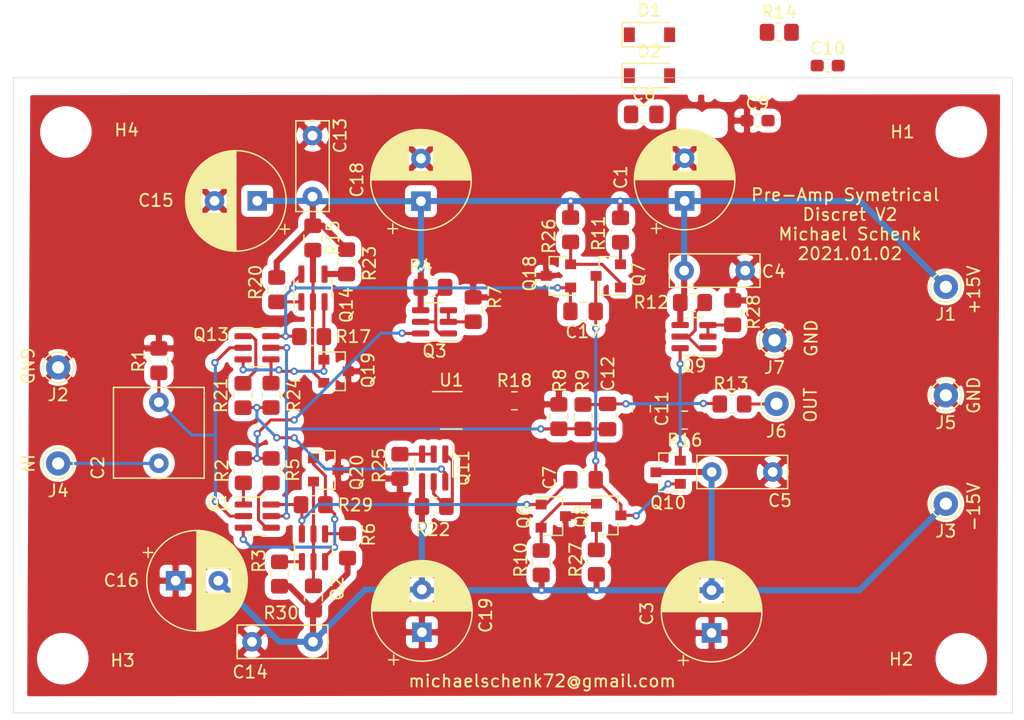
<source format=kicad_pcb>
(kicad_pcb (version 20171130) (host pcbnew 5.1.10-88a1d61d58~88~ubuntu16.04.1)
  (layers (0 F.Cu signal) (31 B.Cu signal) (34 B.Paste user) (35 F.Paste user) (36 B.SilkS user) (37 F.SilkS user) (38 B.Mask user) (39 F.Mask user) (44 Edge.Cuts user))
  (net 0 "")
  (net 1 GND)
  (net 2 +15V)
  (net 3 "Net-(C2-Pad2)")
  (net 4 "Net-(C2-Pad1)")
  (net 5 -15V)
  (net 6 "Net-(C7-Pad2)")
  (net 7 "Net-(Q2-Pad2)")
  (net 8 "Net-(Q2-Pad1)")
  (net 9 "Net-(Q6-Pad2)")
  (net 10 "Net-(Q7-Pad2)")
  (net 11 "Net-(C12-Pad2)")
  (net 12 "Net-(C12-Pad1)")
  (net 13 "Net-(C17-Pad1)")
  (net 14 "Net-(C17-Pad2)")
  (net 15 "Net-(Q18-Pad2)")
  (net 16 "Net-(Q8-Pad2)")
  (net 17 "Net-(Q14-Pad2)")
  (net 18 "Net-(Q14-Pad1)")
  (net 19 "Net-(Q11-Pad1)")
  (net 20 "Net-(Q11-Pad6)")
  (net 21 "Net-(Q11-Pad2)")
  (net 22 "Net-(Q14-Pad4)")
  (net 23 "Net-(Q13-Pad4)")
  (net 24 "Net-(Q13-Pad3)")
  (net 25 "Net-(Q13-Pad1)")
  (net 26 "Net-(Q3-Pad6)")
  (net 27 "Net-(Q3-Pad1)")
  (net 28 "Net-(Q3-Pad2)")
  (net 29 "Net-(Q9-Pad2)")
  (net 30 "Net-(Q9-Pad1)")
  (net 31 "Net-(Q1-Pad4)")
  (net 32 "Net-(Q1-Pad3)")
  (net 33 "Net-(Q1-Pad1)")
  (net 34 "Net-(Q2-Pad4)")
  (net 35 "Net-(C8-Pad2)")
  (net 36 DCSERVO_OUT)
  (net 37 "Net-(C11-Pad2)")
  (net 38 "Net-(D1-Pad2)")
  (net 39 DCSERVO_IN)
  (module Package_TO_SOT_SMD:TSOT-23-5 (layer F.Cu) (at 157.8375 123.1265)
    (fp_text reference U1 (at 0 -2.45) (layer F.SilkS))
    (fp_text value OPA188xxDBV)
    (pad 5 smd rect (at 1.31 -0.95) (size 1.22 0.65) (layers F.Cu F.Paste F.Mask) (net 2 +15V))
    (pad 4 smd rect (at 1.31 0.95) (size 1.22 0.65) (layers F.Cu F.Paste F.Mask) (net 35 "Net-(C8-Pad2)"))
    (pad 3 smd rect (at -1.31 0.95) (size 1.22 0.65) (layers F.Cu F.Paste F.Mask) (net 37 "Net-(C11-Pad2)"))
    (pad 2 smd rect (at -1.31 0) (size 1.22 0.65) (layers F.Cu F.Paste F.Mask) (net 5 -15V))
    (pad 1 smd rect (at -1.31 -0.95) (size 1.22 0.65) (layers F.Cu F.Paste F.Mask) (net 36 DCSERVO_OUT))
  )
  (module Resistor_SMD:R_0805_2012Metric_Pad1.20x1.40mm_HandSolder (layer F.Cu) (at 163.0045 122.3645)
    (fp_text reference R18 (at 0 -1.65) (layer F.SilkS))
    (fp_text value 10k)
    (pad 2 smd roundrect (at 1 0) (size 1.2 1.4) (layers F.Cu F.Paste F.Mask) (roundrect_rratio 0.208333) (net 11 "Net-(C12-Pad2)"))
    (pad 1 smd roundrect (at -1 0) (size 1.2 1.4) (layers F.Cu F.Paste F.Mask) (roundrect_rratio 0.208333) (net 36 DCSERVO_OUT))
  )
  (module Resistor_SMD:R_0805_2012Metric_Pad1.20x1.40mm_HandSolder (layer F.Cu) (at 176.9745 123.952 180)
    (fp_text reference R16 (at 0 -1.65) (layer F.SilkS))
    (fp_text value 100k)
    (pad 2 smd roundrect (at 1 0 180) (size 1.2 1.4) (layers F.Cu F.Paste F.Mask) (roundrect_rratio 0.208333) (net 37 "Net-(C11-Pad2)"))
    (pad 1 smd roundrect (at -1 0 180) (size 1.2 1.4) (layers F.Cu F.Paste F.Mask) (roundrect_rratio 0.208333) (net 39 DCSERVO_IN))
  )
  (module Resistor_SMD:R_0805_2012Metric_Pad1.20x1.40mm_HandSolder (layer F.Cu) (at 184.719001 92.161001)
    (fp_text reference R14 (at 0 -1.65) (layer F.SilkS))
    (fp_text value 100k)
    (pad 2 smd roundrect (at 1 0) (size 1.2 1.4) (layers F.Cu F.Paste F.Mask) (roundrect_rratio 0.208333) (net 1 GND))
    (pad 1 smd roundrect (at -1 0) (size 1.2 1.4) (layers F.Cu F.Paste F.Mask) (roundrect_rratio 0.208333) (net 35 "Net-(C8-Pad2)"))
  )
  (module Diode_SMD:D_SOD-123 (layer F.Cu) (at 174.079001 95.711001)
    (fp_text reference D2 (at 0 -2) (layer F.SilkS))
    (fp_text value 1N4148W)
    (pad 2 smd rect (at 1.65 0) (size 0.9 1.2) (layers F.Cu F.Paste F.Mask) (net 5 -15V))
    (pad 1 smd rect (at -1.65 0) (size 0.9 1.2) (layers F.Cu F.Paste F.Mask) (net 38 "Net-(D1-Pad2)"))
  )
  (module Diode_SMD:D_SOD-123 (layer F.Cu) (at 174.079001 92.361001)
    (fp_text reference D1 (at 0 -2) (layer F.SilkS))
    (fp_text value 1N4148W)
    (pad 2 smd rect (at 1.65 0) (size 0.9 1.2) (layers F.Cu F.Paste F.Mask) (net 38 "Net-(D1-Pad2)"))
    (pad 1 smd rect (at -1.65 0) (size 0.9 1.2) (layers F.Cu F.Paste F.Mask) (net 2 +15V))
  )
  (module Capacitor_SMD:C_0805_2012Metric_Pad1.18x1.45mm_HandSolder (layer F.Cu) (at 173.4185 123.021 270)
    (fp_text reference C11 (at 0 -1.68 90) (layer F.SilkS))
    (fp_text value 1uF)
    (pad 2 smd roundrect (at 1.0375 0 270) (size 1.175 1.45) (layers F.Cu F.Paste F.Mask) (roundrect_rratio 0.212766) (net 37 "Net-(C11-Pad2)"))
    (pad 1 smd roundrect (at -1.0375 0 270) (size 1.175 1.45) (layers F.Cu F.Paste F.Mask) (roundrect_rratio 0.212766) (net 1 GND))
  )
  (module Capacitor_SMD:C_0603_1608Metric_Pad1.08x0.95mm_HandSolder (layer F.Cu) (at 188.689001 94.891001)
    (fp_text reference C10 (at 0 -1.43) (layer F.SilkS))
    (fp_text value 100nF)
    (pad 2 smd roundrect (at 0.8625 0) (size 1.075 0.95) (layers F.Cu F.Paste F.Mask) (net 5 -15V))
    (pad 1 smd roundrect (at -0.8625 0) (size 1.075 0.95) (layers F.Cu F.Paste F.Mask) (net 1 GND))
  )
  (module Capacitor_SMD:C_0603_1608Metric_Pad1.08x0.95mm_HandSolder (layer F.Cu) (at 182.939001 99.401001)
    (fp_text reference C9 (at 0 -1.43) (layer F.SilkS))
    (fp_text value 100nF)
    (pad 2 smd roundrect (at 0.8625 0) (size 1.075 0.95) (layers F.Cu F.Paste F.Mask) (net 2 +15V))
    (pad 1 smd roundrect (at -0.8625 0) (size 1.075 0.95) (layers F.Cu F.Paste F.Mask) (net 1 GND))
  )
  (module Capacitor_SMD:C_0805_2012Metric_Pad1.18x1.45mm_HandSolder (layer F.Cu) (at 173.609001 98.891001)
    (fp_text reference C8 (at 0 -1.68) (layer F.SilkS))
    (fp_text value 1uF)
    (pad 2 smd roundrect (at 1.0375 0) (size 1.175 1.45) (layers F.Cu F.Paste F.Mask) (roundrect_rratio 0.212766) (net 35 "Net-(C8-Pad2)"))
    (pad 1 smd roundrect (at -1.0375 0) (size 1.175 1.45) (layers F.Cu F.Paste F.Mask) (roundrect_rratio 0.212766) (net 36 DCSERVO_OUT))
  )
  (module Package_SO:SC-74-6_1.5x2.9mm_P0.95mm (layer F.Cu) (at 146.5351 134.424 90)
    (fp_text reference Q2 (at -3.3329 1.9406 90) (layer F.SilkS))
    (fp_text value BCM847DS,115)
    (pad 6 smd roundrect (at 1.1375 -0.95 90) (size 1.425 0.5) (layers F.Cu F.Paste F.Mask) (net 6 "Net-(C7-Pad2)"))
    (pad 5 smd roundrect (at 1.1375 0 90) (size 1.425 0.5) (layers F.Cu F.Paste F.Mask) (net 7 "Net-(Q2-Pad2)"))
    (pad 4 smd roundrect (at 1.1375 0.95 90) (size 1.425 0.5) (layers F.Cu F.Paste F.Mask) (net 34 "Net-(Q2-Pad4)"))
    (pad 3 smd roundrect (at -1.1375 0.95 90) (size 1.425 0.5) (layers F.Cu F.Paste F.Mask) (net 32 "Net-(Q1-Pad3)"))
    (pad 2 smd roundrect (at -1.1375 0 90) (size 1.425 0.5) (layers F.Cu F.Paste F.Mask) (net 7 "Net-(Q2-Pad2)"))
    (pad 1 smd roundrect (at -1.1375 -0.95 90) (size 1.425 0.5) (layers F.Cu F.Paste F.Mask) (net 8 "Net-(Q2-Pad1)"))
  )
  (module Package_SO:SC-74-6_1.5x2.9mm_P0.95mm (layer F.Cu) (at 141.928 131.8235)
    (fp_text reference Q1 (at -3.1424 -1.0262) (layer F.SilkS))
    (fp_text value BCM857DS,115)
    (pad 6 smd roundrect (at 1.1375 -0.95) (size 1.425 0.5) (layers F.Cu F.Paste F.Mask) (net 6 "Net-(C7-Pad2)"))
    (pad 5 smd roundrect (at 1.1375 0) (size 1.425 0.5) (layers F.Cu F.Paste F.Mask) (net 11 "Net-(C12-Pad2)"))
    (pad 4 smd roundrect (at 1.1375 0.95) (size 1.425 0.5) (layers F.Cu F.Paste F.Mask) (net 31 "Net-(Q1-Pad4)"))
    (pad 3 smd roundrect (at -1.1375 0.95) (size 1.425 0.5) (layers F.Cu F.Paste F.Mask) (net 32 "Net-(Q1-Pad3)"))
    (pad 2 smd roundrect (at -1.1375 0) (size 1.425 0.5) (layers F.Cu F.Paste F.Mask) (net 4 "Net-(C2-Pad1)"))
    (pad 1 smd roundrect (at -1.1375 -0.95) (size 1.425 0.5) (layers F.Cu F.Paste F.Mask) (net 33 "Net-(Q1-Pad1)"))
  )
  (module Package_SO:SC-74-6_1.5x2.9mm_P0.95mm (layer F.Cu) (at 177.731 117.1067 180)
    (fp_text reference Q9 (at 0 -2.4) (layer F.SilkS))
    (fp_text value BCM857DS,115)
    (pad 6 smd roundrect (at 1.1375 -0.95 180) (size 1.425 0.5) (layers F.Cu F.Paste F.Mask) (net 12 "Net-(C12-Pad1)"))
    (pad 5 smd roundrect (at 1.1375 0 180) (size 1.425 0.5) (layers F.Cu F.Paste F.Mask) (net 30 "Net-(Q9-Pad1)"))
    (pad 4 smd roundrect (at 1.1375 0.95 180) (size 1.425 0.5) (layers F.Cu F.Paste F.Mask) (net 2 +15V))
    (pad 3 smd roundrect (at -1.1375 0.95 180) (size 1.425 0.5) (layers F.Cu F.Paste F.Mask) (net 29 "Net-(Q9-Pad2)"))
    (pad 2 smd roundrect (at -1.1375 0 180) (size 1.425 0.5) (layers F.Cu F.Paste F.Mask) (net 29 "Net-(Q9-Pad2)"))
    (pad 1 smd roundrect (at -1.1375 -0.95 180) (size 1.425 0.5) (layers F.Cu F.Paste F.Mask) (net 30 "Net-(Q9-Pad1)"))
  )
  (module Package_SO:SC-74-6_1.5x2.9mm_P0.95mm (layer F.Cu) (at 156.4585 115.8977 180)
    (fp_text reference Q3 (at 0 -2.4) (layer F.SilkS))
    (fp_text value BCM857DS,115)
    (pad 6 smd roundrect (at 1.1375 -0.95 180) (size 1.425 0.5) (layers F.Cu F.Paste F.Mask) (net 26 "Net-(Q3-Pad6)"))
    (pad 5 smd roundrect (at 1.1375 0 180) (size 1.425 0.5) (layers F.Cu F.Paste F.Mask) (net 27 "Net-(Q3-Pad1)"))
    (pad 4 smd roundrect (at 1.1375 0.95 180) (size 1.425 0.5) (layers F.Cu F.Paste F.Mask) (net 2 +15V))
    (pad 3 smd roundrect (at -1.1375 0.95 180) (size 1.425 0.5) (layers F.Cu F.Paste F.Mask) (net 28 "Net-(Q3-Pad2)"))
    (pad 2 smd roundrect (at -1.1375 0 180) (size 1.425 0.5) (layers F.Cu F.Paste F.Mask) (net 28 "Net-(Q3-Pad2)"))
    (pad 1 smd roundrect (at -1.1375 -0.95 180) (size 1.425 0.5) (layers F.Cu F.Paste F.Mask) (net 27 "Net-(Q3-Pad1)"))
  )
  (module Package_SO:SC-74-6_1.5x2.9mm_P0.95mm (layer F.Cu) (at 141.9043 118.0236)
    (fp_text reference Q13 (at -3.7664 -1.082) (layer F.SilkS))
    (fp_text value BCM847DS,115)
    (pad 6 smd roundrect (at 1.1375 -0.95) (size 1.425 0.5) (layers F.Cu F.Paste F.Mask) (net 14 "Net-(C17-Pad2)"))
    (pad 5 smd roundrect (at 1.1375 0) (size 1.425 0.5) (layers F.Cu F.Paste F.Mask) (net 11 "Net-(C12-Pad2)"))
    (pad 4 smd roundrect (at 1.1375 0.95) (size 1.425 0.5) (layers F.Cu F.Paste F.Mask) (net 23 "Net-(Q13-Pad4)"))
    (pad 3 smd roundrect (at -1.1375 0.95) (size 1.425 0.5) (layers F.Cu F.Paste F.Mask) (net 24 "Net-(Q13-Pad3)"))
    (pad 2 smd roundrect (at -1.1375 0) (size 1.425 0.5) (layers F.Cu F.Paste F.Mask) (net 4 "Net-(C2-Pad1)"))
    (pad 1 smd roundrect (at -1.1375 -0.95) (size 1.425 0.5) (layers F.Cu F.Paste F.Mask) (net 25 "Net-(Q13-Pad1)"))
  )
  (module Package_SO:SC-74-6_1.5x2.9mm_P0.95mm (layer F.Cu) (at 146.492 113.1244 90)
    (fp_text reference Q14 (at -1.3915 2.7457 90) (layer F.SilkS))
    (fp_text value BCM857DS,115)
    (pad 6 smd roundrect (at 1.1375 -0.95 90) (size 1.425 0.5) (layers F.Cu F.Paste F.Mask) (net 14 "Net-(C17-Pad2)"))
    (pad 5 smd roundrect (at 1.1375 0 90) (size 1.425 0.5) (layers F.Cu F.Paste F.Mask) (net 17 "Net-(Q14-Pad2)"))
    (pad 4 smd roundrect (at 1.1375 0.95 90) (size 1.425 0.5) (layers F.Cu F.Paste F.Mask) (net 22 "Net-(Q14-Pad4)"))
    (pad 3 smd roundrect (at -1.1375 0.95 90) (size 1.425 0.5) (layers F.Cu F.Paste F.Mask) (net 24 "Net-(Q13-Pad3)"))
    (pad 2 smd roundrect (at -1.1375 0 90) (size 1.425 0.5) (layers F.Cu F.Paste F.Mask) (net 17 "Net-(Q14-Pad2)"))
    (pad 1 smd roundrect (at -1.1375 -0.95 90) (size 1.425 0.5) (layers F.Cu F.Paste F.Mask) (net 18 "Net-(Q14-Pad1)"))
  )
  (module Package_SO:SC-74-6_1.5x2.9mm_P0.95mm (layer F.Cu) (at 156.3903 127.8788 270)
    (fp_text reference Q11 (at 0 -2.4 90) (layer F.SilkS))
    (fp_text value BCM847DS,115)
    (pad 6 smd roundrect (at 1.1375 -0.95 270) (size 1.425 0.5) (layers F.Cu F.Paste F.Mask) (net 20 "Net-(Q11-Pad6)"))
    (pad 5 smd roundrect (at 1.1375 0 270) (size 1.425 0.5) (layers F.Cu F.Paste F.Mask) (net 19 "Net-(Q11-Pad1)"))
    (pad 4 smd roundrect (at 1.1375 0.95 270) (size 1.425 0.5) (layers F.Cu F.Paste F.Mask) (net 5 -15V))
    (pad 3 smd roundrect (at -1.1375 0.95 270) (size 1.425 0.5) (layers F.Cu F.Paste F.Mask) (net 21 "Net-(Q11-Pad2)"))
    (pad 2 smd roundrect (at -1.1375 0 270) (size 1.425 0.5) (layers F.Cu F.Paste F.Mask) (net 21 "Net-(Q11-Pad2)"))
    (pad 1 smd roundrect (at -1.1375 -0.95 270) (size 1.425 0.5) (layers F.Cu F.Paste F.Mask) (net 19 "Net-(Q11-Pad1)"))
  )
  (module Capacitor_THT:CP_Radial_D8.0mm_P3.50mm (layer F.Cu) (at 176.9618 105.9815 90)
    (fp_text reference C1 (at 1.9304 -5.2324 90) (layer F.SilkS))
    (fp_text value 220uF)
    (pad 2 thru_hole circle (at 3.5 0 90) (size 1.6 1.6) (drill 0.8) (layers *.Cu *.Mask) (net 1 GND))
    (pad 1 thru_hole rect (at 0 0 90) (size 1.6 1.6) (drill 0.8) (layers *.Cu *.Mask) (net 2 +15V))
  )
  (module Resistor_SMD:R_0805_2012Metric_Pad1.20x1.40mm_HandSolder (layer F.Cu) (at 146.5326 138.541 270)
    (fp_text reference R30 (at 1.2225 2.6543) (layer F.SilkS))
    (fp_text value 1k)
    (pad 2 smd roundrect (at 1 0 270) (size 1.2 1.4) (layers F.Cu F.Paste F.Mask) (roundrect_rratio 0.2083325) (net 5 -15V))
    (pad 1 smd roundrect (at -1 0 270) (size 1.2 1.4) (layers F.Cu F.Paste F.Mask) (roundrect_rratio 0.2083325) (net 7 "Net-(Q2-Pad2)"))
  )
  (module Resistor_SMD:R_0805_2012Metric_Pad1.20x1.40mm_HandSolder (layer F.Cu) (at 146.5105 130.8862 180)
    (fp_text reference R29 (at -3.4638 -0.0254) (layer F.SilkS))
    (fp_text value 47k)
    (pad 2 smd roundrect (at 1 0 180) (size 1.2 1.4) (layers F.Cu F.Paste F.Mask) (roundrect_rratio 0.2083325) (net 6 "Net-(C7-Pad2)"))
    (pad 1 smd roundrect (at -1 0 180) (size 1.2 1.4) (layers F.Cu F.Paste F.Mask) (roundrect_rratio 0.2083325) (net 32 "Net-(Q1-Pad3)"))
  )
  (module Resistor_SMD:R_0805_2012Metric_Pad1.20x1.40mm_HandSolder (layer F.Cu) (at 146.3835 117.1067 180)
    (fp_text reference R17 (at -3.413 0) (layer F.SilkS))
    (fp_text value 47k)
    (pad 2 smd roundrect (at 1 0 180) (size 1.2 1.4) (layers F.Cu F.Paste F.Mask) (roundrect_rratio 0.2083325) (net 14 "Net-(C17-Pad2)"))
    (pad 1 smd roundrect (at -1 0 180) (size 1.2 1.4) (layers F.Cu F.Paste F.Mask) (roundrect_rratio 0.2083325) (net 24 "Net-(Q13-Pad3)"))
  )
  (module Resistor_SMD:R_0805_2012Metric_Pad1.20x1.40mm_HandSolder (layer F.Cu) (at 146.4818 109.0201 270)
    (fp_text reference R15 (at 0 -1.65 90) (layer F.SilkS))
    (fp_text value 1k)
    (pad 2 smd roundrect (at 1 0 270) (size 1.2 1.4) (layers F.Cu F.Paste F.Mask) (roundrect_rratio 0.2083325) (net 17 "Net-(Q14-Pad2)"))
    (pad 1 smd roundrect (at -1 0 270) (size 1.2 1.4) (layers F.Cu F.Paste F.Mask) (roundrect_rratio 0.2083325) (net 2 +15V))
  )
  (module Package_TO_SOT_SMD:SOT-23 (layer F.Cu) (at 147.5326 128.0439)
    (fp_text reference Q20 (at 2.556 0.193 270) (layer F.SilkS))
    (fp_text value BC850C)
    (pad 3 smd rect (at 1 0) (size 0.9 0.8) (layers F.Cu F.Paste F.Mask) (net 1 GND))
    (pad 2 smd rect (at -1 0.95) (size 0.9 0.8) (layers F.Cu F.Paste F.Mask) (net 7 "Net-(Q2-Pad2)"))
    (pad 1 smd rect (at -1 -0.95) (size 0.9 0.8) (layers F.Cu F.Paste F.Mask) (net 32 "Net-(Q1-Pad3)"))
  )
  (module Package_TO_SOT_SMD:SOT-23 (layer F.Cu) (at 148.3835 119.949)
    (fp_text reference Q19 (at 2.6322 -0.0864 270) (layer F.SilkS))
    (fp_text value BC860C)
    (pad 3 smd rect (at 1 0) (size 0.9 0.8) (layers F.Cu F.Paste F.Mask) (net 1 GND))
    (pad 2 smd rect (at -1 0.95) (size 0.9 0.8) (layers F.Cu F.Paste F.Mask) (net 17 "Net-(Q14-Pad2)"))
    (pad 1 smd rect (at -1 -0.95) (size 0.9 0.8) (layers F.Cu F.Paste F.Mask) (net 24 "Net-(Q13-Pad3)"))
  )
  (module Capacitor_THT:CP_Radial_D8.0mm_P3.50mm (layer F.Cu) (at 155.4226 141.3458 90)
    (fp_text reference C19 (at 1.3918 5.2324 90) (layer F.SilkS))
    (fp_text value 220uF)
    (pad 2 thru_hole circle (at 3.5 0 90) (size 1.6 1.6) (drill 0.8) (layers *.Cu *.Mask) (net 5 -15V))
    (pad 1 thru_hole rect (at 0 0 90) (size 1.6 1.6) (drill 0.8) (layers *.Cu *.Mask) (net 1 GND))
  )
  (module Capacitor_THT:CP_Radial_D8.0mm_P3.50mm (layer F.Cu) (at 155.3464 106.0069 90)
    (fp_text reference C18 (at 1.75 -5.25 90) (layer F.SilkS))
    (fp_text value 220uF)
    (pad 2 thru_hole circle (at 3.5 0 90) (size 1.6 1.6) (drill 0.8) (layers *.Cu *.Mask) (net 1 GND))
    (pad 1 thru_hole rect (at 0 0 90) (size 1.6 1.6) (drill 0.8) (layers *.Cu *.Mask) (net 2 +15V))
  )
  (module Resistor_SMD:R_0805_2012Metric_Pad1.20x1.40mm_HandSolder (layer F.Cu) (at 143.7513 136.5725 270)
    (fp_text reference R3 (at -1.0762 1.6891 90) (layer F.SilkS))
    (fp_text value 68R)
    (pad 2 smd roundrect (at 1 0 270) (size 1.2 1.4) (layers F.Cu F.Paste F.Mask) (roundrect_rratio 0.2083325) (net 5 -15V))
    (pad 1 smd roundrect (at -1 0 270) (size 1.2 1.4) (layers F.Cu F.Paste F.Mask) (roundrect_rratio 0.2083325) (net 8 "Net-(Q2-Pad1)"))
  )
  (module Package_TO_SOT_SMD:SOT-23 (layer F.Cu) (at 166.6146 112.1308 180)
    (fp_text reference Q18 (at 2.3528 0.193 90) (layer F.SilkS))
    (fp_text value BC860C)
    (pad 3 smd rect (at 1 0 180) (size 0.9 0.8) (layers F.Cu F.Paste F.Mask) (net 1 GND))
    (pad 2 smd rect (at -1 0.95 180) (size 0.9 0.8) (layers F.Cu F.Paste F.Mask) (net 15 "Net-(Q18-Pad2)"))
    (pad 1 smd rect (at -1 -0.95 180) (size 0.9 0.8) (layers F.Cu F.Paste F.Mask) (net 14 "Net-(C17-Pad2)"))
  )
  (module Resistor_SMD:R_0805_2012Metric_Pad1.20x1.40mm_HandSolder (layer F.Cu) (at 180.8447 122.6312 180)
    (fp_text reference R13 (at 0.0795 1.651) (layer F.SilkS))
    (fp_text value 47R)
    (pad 2 smd roundrect (at 1 0 180) (size 1.2 1.4) (layers F.Cu F.Paste F.Mask) (roundrect_rratio 0.2083325) (net 12 "Net-(C12-Pad1)"))
    (pad 1 smd roundrect (at -1 0 180) (size 1.2 1.4) (layers F.Cu F.Paste F.Mask) (roundrect_rratio 0.2083325) (net 39 DCSERVO_IN))
  )
  (module Resistor_SMD:R_0805_2012Metric_Pad1.20x1.40mm_HandSolder (layer F.Cu) (at 180.8988 115.1415 90)
    (fp_text reference R28 (at 0.0414 1.7145 90) (layer F.SilkS))
    (fp_text value 10k)
    (pad 2 smd roundrect (at 1 0 90) (size 1.2 1.4) (layers F.Cu F.Paste F.Mask) (roundrect_rratio 0.2083325) (net 1 GND))
    (pad 1 smd roundrect (at -1 0 90) (size 1.2 1.4) (layers F.Cu F.Paste F.Mask) (roundrect_rratio 0.2083325) (net 29 "Net-(Q9-Pad2)"))
  )
  (module Resistor_SMD:R_0805_2012Metric_Pad1.20x1.40mm_HandSolder (layer F.Cu) (at 169.7228 135.5946 270)
    (fp_text reference R27 (at -0.1872 1.6764 90) (layer F.SilkS))
    (fp_text value 39R)
    (pad 2 smd roundrect (at 1 0 270) (size 1.2 1.4) (layers F.Cu F.Paste F.Mask) (roundrect_rratio 0.2083325) (net 5 -15V))
    (pad 1 smd roundrect (at -1 0 270) (size 1.2 1.4) (layers F.Cu F.Paste F.Mask) (roundrect_rratio 0.2083325) (net 16 "Net-(Q8-Pad2)"))
  )
  (module Resistor_SMD:R_0805_2012Metric_Pad1.20x1.40mm_HandSolder (layer F.Cu) (at 167.6146 108.347 270)
    (fp_text reference R26 (at 0.524 1.778 90) (layer F.SilkS))
    (fp_text value 2k2)
    (pad 2 smd roundrect (at 1 0 270) (size 1.2 1.4) (layers F.Cu F.Paste F.Mask) (roundrect_rratio 0.2083325) (net 15 "Net-(Q18-Pad2)"))
    (pad 1 smd roundrect (at -1 0 270) (size 1.2 1.4) (layers F.Cu F.Paste F.Mask) (roundrect_rratio 0.2083325) (net 2 +15V))
  )
  (module Resistor_SMD:R_0805_2012Metric_Pad1.20x1.40mm_HandSolder (layer F.Cu) (at 153.6192 127.746 90)
    (fp_text reference R25 (at 0.0762 -1.7018 90) (layer F.SilkS))
    (fp_text value 10k)
    (pad 2 smd roundrect (at 1 0 90) (size 1.2 1.4) (layers F.Cu F.Paste F.Mask) (roundrect_rratio 0.2083325) (net 21 "Net-(Q11-Pad2)"))
    (pad 1 smd roundrect (at -1 0 90) (size 1.2 1.4) (layers F.Cu F.Paste F.Mask) (roundrect_rratio 0.2083325) (net 1 GND))
  )
  (module Resistor_SMD:R_0805_2012Metric_Pad1.20x1.40mm_HandSolder (layer F.Cu) (at 143.0528 121.9233 270)
    (fp_text reference R24 (at -0.0348 -1.8796 90) (layer F.SilkS))
    (fp_text value 100R)
    (pad 2 smd roundrect (at 1 0 270) (size 1.2 1.4) (layers F.Cu F.Paste F.Mask) (roundrect_rratio 0.2083325) (net 20 "Net-(Q11-Pad6)"))
    (pad 1 smd roundrect (at -1 0 270) (size 1.2 1.4) (layers F.Cu F.Paste F.Mask) (roundrect_rratio 0.2083325) (net 23 "Net-(Q13-Pad4)"))
  )
  (module Resistor_SMD:R_0805_2012Metric_Pad1.20x1.40mm_HandSolder (layer F.Cu) (at 149.2504 110.9759 270)
    (fp_text reference R23 (at 0.1364 -1.8796 90) (layer F.SilkS))
    (fp_text value 68R)
    (pad 2 smd roundrect (at 1 0 270) (size 1.2 1.4) (layers F.Cu F.Paste F.Mask) (roundrect_rratio 0.2083325) (net 22 "Net-(Q14-Pad4)"))
    (pad 1 smd roundrect (at -1 0 270) (size 1.2 1.4) (layers F.Cu F.Paste F.Mask) (roundrect_rratio 0.2083325) (net 2 +15V))
  )
  (module Resistor_SMD:R_0805_2012Metric_Pad1.20x1.40mm_HandSolder (layer F.Cu) (at 156.4292 131.0386 180)
    (fp_text reference R22 (at 0.1176 -1.8923) (layer F.SilkS))
    (fp_text value 100R)
    (pad 2 smd roundrect (at 1 0 180) (size 1.2 1.4) (layers F.Cu F.Paste F.Mask) (roundrect_rratio 0.2083325) (net 5 -15V))
    (pad 1 smd roundrect (at -1 0 180) (size 1.2 1.4) (layers F.Cu F.Paste F.Mask) (roundrect_rratio 0.2083325) (net 19 "Net-(Q11-Pad1)"))
  )
  (module Resistor_SMD:R_0805_2012Metric_Pad1.20x1.40mm_HandSolder (layer F.Cu) (at 140.7541 121.936 270)
    (fp_text reference R21 (at -0.0094 1.8034 90) (layer F.SilkS))
    (fp_text value 100R)
    (pad 2 smd roundrect (at 1 0 270) (size 1.2 1.4) (layers F.Cu F.Paste F.Mask) (roundrect_rratio 0.2083325) (net 20 "Net-(Q11-Pad6)"))
    (pad 1 smd roundrect (at -1 0 270) (size 1.2 1.4) (layers F.Cu F.Paste F.Mask) (roundrect_rratio 0.2083325) (net 25 "Net-(Q13-Pad1)"))
  )
  (module Resistor_SMD:R_0805_2012Metric_Pad1.20x1.40mm_HandSolder (layer F.Cu) (at 143.5227 113.2619 270)
    (fp_text reference R20 (at -0.6002 1.7399 90) (layer F.SilkS))
    (fp_text value 68R)
    (pad 2 smd roundrect (at 1 0 270) (size 1.2 1.4) (layers F.Cu F.Paste F.Mask) (roundrect_rratio 0.2083325) (net 18 "Net-(Q14-Pad1)"))
    (pad 1 smd roundrect (at -1 0 270) (size 1.2 1.4) (layers F.Cu F.Paste F.Mask) (roundrect_rratio 0.2083325) (net 2 +15V))
  )
  (module Capacitor_SMD:C_0805_2012Metric_Pad1.18x1.45mm_HandSolder (layer F.Cu) (at 168.6345 115.0366 180)
    (fp_text reference C17 (at 0 -1.68) (layer F.SilkS))
    (fp_text value 270pF)
    (pad 2 smd roundrect (at 1.0375 0 180) (size 1.175 1.45) (layers F.Cu F.Paste F.Mask) (roundrect_rratio 0.2127659574468085) (net 14 "Net-(C17-Pad2)"))
    (pad 1 smd roundrect (at -1.0375 0 180) (size 1.175 1.45) (layers F.Cu F.Paste F.Mask) (roundrect_rratio 0.2127659574468085) (net 13 "Net-(C17-Pad1)"))
  )
  (module Capacitor_THT:CP_Radial_D8.0mm_P3.50mm (layer F.Cu) (at 135.2348 137.1219)
    (fp_text reference C16 (at -4.4502 -0.0254) (layer F.SilkS))
    (fp_text value 220uF)
    (pad 2 thru_hole circle (at 3.5 0) (size 1.6 1.6) (drill 0.8) (layers *.Cu *.Mask) (net 5 -15V))
    (pad 1 thru_hole rect (at 0 0) (size 1.6 1.6) (drill 0.8) (layers *.Cu *.Mask) (net 1 GND))
  )
  (module Capacitor_THT:CP_Radial_D8.0mm_P3.50mm (layer F.Cu) (at 141.9225 105.9815 180)
    (fp_text reference C15 (at 8.3058 0.0381) (layer F.SilkS))
    (fp_text value 220uF)
    (pad 2 thru_hole circle (at 3.5 0 180) (size 1.6 1.6) (drill 0.8) (layers *.Cu *.Mask) (net 1 GND))
    (pad 1 thru_hole rect (at 0 0 180) (size 1.6 1.6) (drill 0.8) (layers *.Cu *.Mask) (net 2 +15V))
  )
  (module Capacitor_THT:CP_Radial_D8.0mm_P3.50mm (layer F.Cu) (at 179.1716 141.4018 90)
    (fp_text reference C3 (at 1.5748 -5.3086 90) (layer F.SilkS))
    (fp_text value 220uF)
    (pad 2 thru_hole circle (at 3.5 0 90) (size 1.6 1.6) (drill 0.8) (layers *.Cu *.Mask) (net 5 -15V))
    (pad 1 thru_hole rect (at 0 0 90) (size 1.6 1.6) (drill 0.8) (layers *.Cu *.Mask) (net 1 GND))
  )
  (module Capacitor_THT:C_Rect_L7.2mm_W2.5mm_P5.00mm_FKS2_FKP2_MKS2_MKP2 (layer F.Cu) (at 146.4945 142.1257 180)
    (fp_text reference C14 (at 5.1562 -2.4892) (layer F.SilkS))
    (fp_text value 100nF)
    (pad 2 thru_hole circle (at 5 0 180) (size 1.6 1.6) (drill 0.8) (layers *.Cu *.Mask) (net 1 GND))
    (pad 1 thru_hole circle (at 0 0 180) (size 1.6 1.6) (drill 0.8) (layers *.Cu *.Mask) (net 5 -15V))
  )
  (module Capacitor_THT:C_Rect_L7.2mm_W2.5mm_P5.00mm_FKS2_FKP2_MKS2_MKP2 (layer F.Cu) (at 146.4564 100.6348 270)
    (fp_text reference C13 (at -0.0038 -2.2606 90) (layer F.SilkS))
    (fp_text value 100nF)
    (pad 2 thru_hole circle (at 5 0 270) (size 1.6 1.6) (drill 0.8) (layers *.Cu *.Mask) (net 2 +15V))
    (pad 1 thru_hole circle (at 0 0 270) (size 1.6 1.6) (drill 0.8) (layers *.Cu *.Mask) (net 1 GND))
  )
  (module Capacitor_THT:C_Rect_L7.2mm_W2.5mm_P5.00mm_FKS2_FKP2_MKS2_MKP2 (layer F.Cu) (at 179.1843 128.2065)
    (fp_text reference C5 (at 5.588 2.3495) (layer F.SilkS))
    (fp_text value 100nF)
    (pad 2 thru_hole circle (at 5 0) (size 1.6 1.6) (drill 0.8) (layers *.Cu *.Mask) (net 1 GND))
    (pad 1 thru_hole circle (at 0 0) (size 1.6 1.6) (drill 0.8) (layers *.Cu *.Mask) (net 5 -15V))
  )
  (module Capacitor_THT:C_Rect_L7.2mm_W2.5mm_P5.00mm_FKS2_FKP2_MKS2_MKP2 (layer F.Cu) (at 181.9237 111.6965 180)
    (fp_text reference C4 (at -2.3406 -0.0762) (layer F.SilkS))
    (fp_text value 100nF)
    (pad 2 thru_hole circle (at 5 0 180) (size 1.6 1.6) (drill 0.8) (layers *.Cu *.Mask) (net 2 +15V))
    (pad 1 thru_hole circle (at 0 0 180) (size 1.6 1.6) (drill 0.8) (layers *.Cu *.Mask) (net 1 GND))
  )
  (module Connector_Pin:Pin_D1.0mm_L10.0mm (layer F.Cu) (at 184.3278 117.3988)
    (fp_text reference J7 (at 0 2.25) (layer F.SilkS))
    (fp_text value Conn_01x01)
    (pad 1 thru_hole circle (at 0 0) (size 2 2) (drill 1) (layers *.Cu *.Mask) (net 1 GND))
  )
  (module Connector_Pin:Pin_D1.0mm_L10.0mm (layer F.Cu) (at 184.4929 122.6185)
    (fp_text reference J6 (at 0 2.25) (layer F.SilkS))
    (fp_text value Conn_01x01)
    (pad 1 thru_hole circle (at 0 0) (size 2 2) (drill 1) (layers *.Cu *.Mask) (net 39 DCSERVO_IN))
  )
  (module Connector_Pin:Pin_D1.0mm_L10.0mm (layer F.Cu) (at 198.374 121.92)
    (fp_text reference J5 (at 0 2.25) (layer F.SilkS))
    (fp_text value Conn_01x01)
    (pad 1 thru_hole circle (at 0 0) (size 2 2) (drill 1) (layers *.Cu *.Mask) (net 1 GND))
  )
  (module Connector_Pin:Pin_D1.0mm_L10.0mm (layer F.Cu) (at 125.603 127.508)
    (fp_text reference J4 (at 0 2.25) (layer F.SilkS))
    (fp_text value Conn_01x01)
    (pad 1 thru_hole circle (at 0 0) (size 2 2) (drill 1) (layers *.Cu *.Mask) (net 3 "Net-(C2-Pad2)"))
  )
  (module Connector_Pin:Pin_D1.0mm_L10.0mm (layer F.Cu) (at 198.374 130.81)
    (fp_text reference J3 (at 0 2.25) (layer F.SilkS))
    (fp_text value Conn_01x01)
    (pad 1 thru_hole circle (at 0 0) (size 2 2) (drill 1) (layers *.Cu *.Mask) (net 5 -15V))
  )
  (module Connector_Pin:Pin_D1.0mm_L10.0mm (layer F.Cu) (at 125.603 119.634)
    (fp_text reference J2 (at 0 2.25) (layer F.SilkS))
    (fp_text value Conn_01x01)
    (pad 1 thru_hole circle (at 0 0) (size 2 2) (drill 1) (layers *.Cu *.Mask) (net 1 GND))
  )
  (module Connector_Pin:Pin_D1.0mm_L10.0mm (layer F.Cu) (at 198.374 113.03)
    (fp_text reference J1 (at 0 2.25) (layer F.SilkS))
    (fp_text value Conn_01x01)
    (pad 1 thru_hole circle (at 0 0) (size 2 2) (drill 1) (layers *.Cu *.Mask) (net 2 +15V))
  )
  (module Package_TO_SOT_SMD:SOT-23 (layer F.Cu) (at 175.6062 128.2294 180)
    (fp_text reference Q10 (at 0 -2.5) (layer F.SilkS))
    (fp_text value BC860C)
    (pad 3 smd rect (at 1 0 180) (size 0.9 0.8) (layers F.Cu F.Paste F.Mask) (net 5 -15V))
    (pad 2 smd rect (at -1 0.95 180) (size 0.9 0.8) (layers F.Cu F.Paste F.Mask) (net 12 "Net-(C12-Pad1)"))
    (pad 1 smd rect (at -1 -0.95 180) (size 0.9 0.8) (layers F.Cu F.Paste F.Mask) (net 13 "Net-(C17-Pad1)"))
  )
  (module Resistor_SMD:R_0805_2012Metric_Pad1.20x1.40mm_HandSolder (layer F.Cu) (at 156.321 113.0681)
    (fp_text reference R4 (at -0.9812 -1.7272) (layer F.SilkS))
    (fp_text value 100R)
    (pad 2 smd roundrect (at 1 0) (size 1.2 1.4) (layers F.Cu F.Paste F.Mask) (roundrect_rratio 0.2083325) (net 27 "Net-(Q3-Pad1)"))
    (pad 1 smd roundrect (at -1 0) (size 1.2 1.4) (layers F.Cu F.Paste F.Mask) (roundrect_rratio 0.2083325) (net 2 +15V))
  )
  (module Capacitor_SMD:C_0805_2012Metric_Pad1.18x1.45mm_HandSolder (layer F.Cu) (at 168.6345 128.8415 180)
    (fp_text reference C7 (at 2.7471 0.1651 90) (layer F.SilkS))
    (fp_text value 270pF)
    (pad 2 smd roundrect (at 1.0375 0 180) (size 1.175 1.45) (layers F.Cu F.Paste F.Mask) (roundrect_rratio 0.2127659574468085) (net 6 "Net-(C7-Pad2)"))
    (pad 1 smd roundrect (at -1.0375 0 180) (size 1.175 1.45) (layers F.Cu F.Paste F.Mask) (roundrect_rratio 0.2127659574468085) (net 13 "Net-(C17-Pad1)"))
  )
  (module Capacitor_SMD:C_0805_2012Metric_Pad1.18x1.45mm_HandSolder (layer F.Cu) (at 170.6372 123.6638 270)
    (fp_text reference C12 (at -3.5218 -0.0381 90) (layer F.SilkS))
    (fp_text value 0pF)
    (pad 2 smd roundrect (at 1.0375 0 270) (size 1.175 1.45) (layers F.Cu F.Paste F.Mask) (roundrect_rratio 0.2127659574468085) (net 11 "Net-(C12-Pad2)"))
    (pad 1 smd roundrect (at -1.0375 0 270) (size 1.175 1.45) (layers F.Cu F.Paste F.Mask) (roundrect_rratio 0.2127659574468085) (net 12 "Net-(C12-Pad1)"))
  )
  (module Resistor_SMD:R_0805_2012Metric_Pad1.20x1.40mm_HandSolder (layer F.Cu) (at 133.858 119.0752 90)
    (fp_text reference R1 (at 0 -1.65 90) (layer F.SilkS))
    (fp_text value 10k)
    (pad 2 smd roundrect (at 1 0 90) (size 1.2 1.4) (layers F.Cu F.Paste F.Mask) (roundrect_rratio 0.2083325) (net 1 GND))
    (pad 1 smd roundrect (at -1 0 90) (size 1.2 1.4) (layers F.Cu F.Paste F.Mask) (roundrect_rratio 0.2083325) (net 4 "Net-(C2-Pad1)"))
  )
  (module Resistor_SMD:R_0805_2012Metric_Pad1.20x1.40mm_HandSolder (layer F.Cu) (at 177.6062 114.3127)
    (fp_text reference R12 (at -3.3876 -0.0127) (layer F.SilkS))
    (fp_text value 100R)
    (pad 2 smd roundrect (at 1 0) (size 1.2 1.4) (layers F.Cu F.Paste F.Mask) (roundrect_rratio 0.2083325) (net 30 "Net-(Q9-Pad1)"))
    (pad 1 smd roundrect (at -1 0) (size 1.2 1.4) (layers F.Cu F.Paste F.Mask) (roundrect_rratio 0.2083325) (net 2 +15V))
  )
  (module Resistor_SMD:R_0805_2012Metric_Pad1.20x1.40mm_HandSolder (layer F.Cu) (at 171.704 108.3724 270)
    (fp_text reference R11 (at 0.2634 1.8034 90) (layer F.SilkS))
    (fp_text value 39R)
    (pad 2 smd roundrect (at 1 0 270) (size 1.2 1.4) (layers F.Cu F.Paste F.Mask) (roundrect_rratio 0.2083325) (net 10 "Net-(Q7-Pad2)"))
    (pad 1 smd roundrect (at -1 0 270) (size 1.2 1.4) (layers F.Cu F.Paste F.Mask) (roundrect_rratio 0.2083325) (net 2 +15V))
  )
  (module Resistor_SMD:R_0805_2012Metric_Pad1.20x1.40mm_HandSolder (layer F.Cu) (at 165.2016 135.6454 270)
    (fp_text reference R10 (at -0.238 1.6764 90) (layer F.SilkS))
    (fp_text value 2k2)
    (pad 2 smd roundrect (at 1 0 270) (size 1.2 1.4) (layers F.Cu F.Paste F.Mask) (roundrect_rratio 0.2083325) (net 5 -15V))
    (pad 1 smd roundrect (at -1 0 270) (size 1.2 1.4) (layers F.Cu F.Paste F.Mask) (roundrect_rratio 0.2083325) (net 9 "Net-(Q6-Pad2)"))
  )
  (module Resistor_SMD:R_0805_2012Metric_Pad1.20x1.40mm_HandSolder (layer F.Cu) (at 168.6306 123.6759 270)
    (fp_text reference R9 (at -2.9243 0.0381 90) (layer F.SilkS))
    (fp_text value 10k)
    (pad 2 smd roundrect (at 1 0 270) (size 1.2 1.4) (layers F.Cu F.Paste F.Mask) (roundrect_rratio 0.2083325) (net 11 "Net-(C12-Pad2)"))
    (pad 1 smd roundrect (at -1 0 270) (size 1.2 1.4) (layers F.Cu F.Paste F.Mask) (roundrect_rratio 0.2083325) (net 12 "Net-(C12-Pad1)"))
  )
  (module Resistor_SMD:R_0805_2012Metric_Pad1.20x1.40mm_HandSolder (layer F.Cu) (at 166.6494 123.6632 90)
    (fp_text reference R8 (at 2.9497 0.0762 90) (layer F.SilkS))
    (fp_text value 10k)
    (pad 2 smd roundrect (at 1 0 90) (size 1.2 1.4) (layers F.Cu F.Paste F.Mask) (roundrect_rratio 0.2083325) (net 1 GND))
    (pad 1 smd roundrect (at -1 0 90) (size 1.2 1.4) (layers F.Cu F.Paste F.Mask) (roundrect_rratio 0.2083325) (net 11 "Net-(C12-Pad2)"))
  )
  (module Resistor_SMD:R_0805_2012Metric_Pad1.20x1.40mm_HandSolder (layer F.Cu) (at 159.6263 114.8875 90)
    (fp_text reference R7 (at 1.016 1.778 90) (layer F.SilkS))
    (fp_text value 10k)
    (pad 2 smd roundrect (at 1 0 90) (size 1.2 1.4) (layers F.Cu F.Paste F.Mask) (roundrect_rratio 0.2083325) (net 1 GND))
    (pad 1 smd roundrect (at -1 0 90) (size 1.2 1.4) (layers F.Cu F.Paste F.Mask) (roundrect_rratio 0.2083325) (net 28 "Net-(Q3-Pad2)"))
  )
  (module Resistor_SMD:R_0805_2012Metric_Pad1.20x1.40mm_HandSolder (layer F.Cu) (at 149.3266 134.2611 270)
    (fp_text reference R6 (at -0.9238 -1.7272 90) (layer F.SilkS))
    (fp_text value 68R)
    (pad 2 smd roundrect (at 1 0 270) (size 1.2 1.4) (layers F.Cu F.Paste F.Mask) (roundrect_rratio 0.2083325) (net 5 -15V))
    (pad 1 smd roundrect (at -1 0 270) (size 1.2 1.4) (layers F.Cu F.Paste F.Mask) (roundrect_rratio 0.2083325) (net 34 "Net-(Q2-Pad4)"))
  )
  (module Resistor_SMD:R_0805_2012Metric_Pad1.20x1.40mm_HandSolder (layer F.Cu) (at 143.0655 128.0955 270)
    (fp_text reference R5 (at -0.0602 -1.778 90) (layer F.SilkS))
    (fp_text value 100R)
    (pad 2 smd roundrect (at 1 0 270) (size 1.2 1.4) (layers F.Cu F.Paste F.Mask) (roundrect_rratio 0.2083325) (net 31 "Net-(Q1-Pad4)"))
    (pad 1 smd roundrect (at -1 0 270) (size 1.2 1.4) (layers F.Cu F.Paste F.Mask) (roundrect_rratio 0.2083325) (net 26 "Net-(Q3-Pad6)"))
  )
  (module Resistor_SMD:R_0805_2012Metric_Pad1.20x1.40mm_HandSolder (layer F.Cu) (at 140.7795 128.0955 270)
    (fp_text reference R2 (at 0.016 1.7526 90) (layer F.SilkS))
    (fp_text value 100R)
    (pad 2 smd roundrect (at 1 0 270) (size 1.2 1.4) (layers F.Cu F.Paste F.Mask) (roundrect_rratio 0.2083325) (net 33 "Net-(Q1-Pad1)"))
    (pad 1 smd roundrect (at -1 0 270) (size 1.2 1.4) (layers F.Cu F.Paste F.Mask) (roundrect_rratio 0.2083325) (net 26 "Net-(Q3-Pad6)"))
  )
  (module Package_TO_SOT_SMD:SOT-23 (layer F.Cu) (at 170.7355 131.76)
    (fp_text reference Q8 (at -2.2573 0.0406 90) (layer F.SilkS))
    (fp_text value BC850C)
    (pad 3 smd rect (at 1 0) (size 0.9 0.8) (layers F.Cu F.Paste F.Mask) (net 13 "Net-(C17-Pad1)"))
    (pad 2 smd rect (at -1 0.95) (size 0.9 0.8) (layers F.Cu F.Paste F.Mask) (net 16 "Net-(Q8-Pad2)"))
    (pad 1 smd rect (at -1 -0.95) (size 0.9 0.8) (layers F.Cu F.Paste F.Mask) (net 9 "Net-(Q6-Pad2)"))
  )
  (module Package_TO_SOT_SMD:SOT-23 (layer F.Cu) (at 170.704 112.1308 180)
    (fp_text reference Q7 (at -2.4732 0.1168 90) (layer F.SilkS))
    (fp_text value BC860C)
    (pad 3 smd rect (at 1 0 180) (size 0.9 0.8) (layers F.Cu F.Paste F.Mask) (net 13 "Net-(C17-Pad1)"))
    (pad 2 smd rect (at -1 0.95 180) (size 0.9 0.8) (layers F.Cu F.Paste F.Mask) (net 10 "Net-(Q7-Pad2)"))
    (pad 1 smd rect (at -1 -0.95 180) (size 0.9 0.8) (layers F.Cu F.Paste F.Mask) (net 15 "Net-(Q18-Pad2)"))
  )
  (module Package_TO_SOT_SMD:SOT-23 (layer F.Cu) (at 166.1955 131.826)
    (fp_text reference Q6 (at -2.4163 0.0508 90) (layer F.SilkS))
    (fp_text value BC850C)
    (pad 3 smd rect (at 1 0) (size 0.9 0.8) (layers F.Cu F.Paste F.Mask) (net 1 GND))
    (pad 2 smd rect (at -1 0.95) (size 0.9 0.8) (layers F.Cu F.Paste F.Mask) (net 9 "Net-(Q6-Pad2)"))
    (pad 1 smd rect (at -1 -0.95) (size 0.9 0.8) (layers F.Cu F.Paste F.Mask) (net 6 "Net-(C7-Pad2)"))
  )
  (module MountingHole:MountingHole_3.2mm_M3 (layer F.Cu) (at 126.238 100.33)
    (fp_text reference H4 (at 4.9784 -0.1524) (layer F.SilkS))
    (fp_text value MountingHole)
    (pad 1 np_thru_hole circle (at 0 0) (size 3.2 3.2) (drill 3.2) (layers *.Cu *.Mask))
  )
  (module MountingHole:MountingHole_3.2mm_M3 (layer F.Cu) (at 125.984 143.51)
    (fp_text reference H3 (at 4.9022 0.1524) (layer F.SilkS))
    (fp_text value MountingHole)
    (pad 1 np_thru_hole circle (at 0 0) (size 3.2 3.2) (drill 3.2) (layers *.Cu *.Mask))
  )
  (module MountingHole:MountingHole_3.2mm_M3 (layer F.Cu) (at 199.644 143.51)
    (fp_text reference H2 (at -4.9276 0.0508) (layer F.SilkS))
    (fp_text value MountingHole)
    (pad 1 np_thru_hole circle (at 0 0) (size 3.2 3.2) (drill 3.2) (layers *.Cu *.Mask))
  )
  (module MountingHole:MountingHole_3.2mm_M3 (layer F.Cu) (at 199.644 100.33)
    (fp_text reference H1 (at -4.826 0) (layer F.SilkS))
    (fp_text value MountingHole)
    (pad 1 np_thru_hole circle (at 0 0) (size 3.2 3.2) (drill 3.2) (layers *.Cu *.Mask))
  )
  (module Capacitor_THT:C_Rect_L7.2mm_W7.2mm_P5.00mm_FKS2_FKP2_MKS2_MKP2 (layer F.Cu) (at 133.858 122.4915 270)
    (fp_text reference C2 (at 5.3721 5.0038 90) (layer F.SilkS))
    (fp_text value 3.3uF)
    (pad 2 thru_hole circle (at 5 0 270) (size 1.6 1.6) (drill 0.8) (layers *.Cu *.Mask) (net 3 "Net-(C2-Pad2)"))
    (pad 1 thru_hole circle (at 0 0 270) (size 1.6 1.6) (drill 0.8) (layers *.Cu *.Mask) (net 4 "Net-(C2-Pad1)"))
  )
  (gr_text -15V (at 200.66 131.064 90) (layer F.SilkS) (effects (font (size 1 1))))
  (gr_text michaelschenk72@gmail.com (at 165.2778 145.3388) (layer F.SilkS) (effects (font (size 1 1))))
  (gr_text "Pre-Amp Symetrical \nDiscret V2\nMichael Schenk\n2021.01.02" (at 190.5127 107.8992) (layer F.SilkS) (effects (font (size 1 1))))
  (gr_line (start 203.835 95.885) (end 121.92 95.885) (layer Edge.Cuts) (width 0.05))
  (gr_line (start 203.835 147.955) (end 203.835 95.885) (layer Edge.Cuts) (width 0.05))
  (gr_line (start 121.92 147.955) (end 203.835 147.955) (layer Edge.Cuts) (width 0.05))
  (gr_line (start 121.92 96.52) (end 121.92 147.955) (layer Edge.Cuts) (width 0.05))
  (gr_line (start 121.92 95.885) (end 121.92 96.52) (layer Edge.Cuts) (width 0.05))
  (gr_text GND (at 187.3377 117.2337 90) (layer F.SilkS) (effects (font (size 1 1))))
  (gr_text OUT (at 187.2742 122.7201 90) (layer F.SilkS) (effects (font (size 1 1))))
  (gr_text GND (at 123.063 119.507 270) (layer F.SilkS) (effects (font (size 1 1))))
  (gr_text IN (at 123.063 127.508 270) (layer F.SilkS) (effects (font (size 1 1))))
  (gr_text GND (at 200.66 121.92 90) (layer F.SilkS) (effects (font (size 1 1))))
  (gr_text +15V (at 200.66 113.284 90) (layer F.SilkS) (effects (font (size 1 1))))
  (segment (start 167.64 107.3724) (end 167.6146 107.347) (width 0.25) (layer F.Cu) (net 2))
  (segment (start 171.704 106.0196) (end 171.6786 105.9942) (width 0.5) (layer F.Cu) (net 2))
  (via (at 171.6786 105.9942) (size 0.6) (drill 0.3) (layers F.Cu B.Cu) (net 2))
  (segment (start 171.704 107.3724) (end 171.704 106.0196) (width 0.5) (layer F.Cu) (net 2))
  (segment (start 178.6128 105.9942) (end 171.6786 105.9942) (width 0.5) (layer B.Cu) (net 2))
  (via (at 167.6146 105.9942) (size 0.6) (drill 0.3) (layers F.Cu B.Cu) (net 2))
  (segment (start 171.6786 105.9942) (end 167.4876 105.9942) (width 0.5) (layer B.Cu) (net 2))
  (segment (start 167.6146 105.9942) (end 167.6146 107.347) (width 0.5) (layer F.Cu) (net 2))
  (segment (start 178.5874 106.0196) (end 178.6128 105.9942) (width 0.5) (layer B.Cu) (net 2))
  (segment (start 191.3382 105.9942) (end 198.374 113.03) (width 0.5) (layer B.Cu) (net 2))
  (segment (start 178.6128 105.9942) (end 191.3382 105.9942) (width 0.5) (layer B.Cu) (net 2))
  (segment (start 176.9237 113.9952) (end 176.6062 114.3127) (width 0.5) (layer F.Cu) (net 2))
  (segment (start 176.9237 111.6965) (end 176.9237 113.9952) (width 0.5) (layer F.Cu) (net 2))
  (segment (start 176.6062 116.144) (end 176.5935 116.1567) (width 0.5) (layer F.Cu) (net 2))
  (segment (start 176.6062 114.3127) (end 176.6062 116.144) (width 0.5) (layer F.Cu) (net 2))
  (segment (start 155.3591 105.9942) (end 155.3464 106.0069) (width 0.5) (layer B.Cu) (net 2))
  (segment (start 167.6146 105.9942) (end 155.3591 105.9942) (width 0.5) (layer B.Cu) (net 2))
  (via (at 155.3337 111.5822) (size 0.6) (drill 0.3) (layers F.Cu B.Cu) (net 2))
  (segment (start 155.3464 111.5695) (end 155.3337 111.5822) (width 0.5) (layer B.Cu) (net 2))
  (segment (start 155.3464 106.0069) (end 155.3464 111.5695) (width 0.5) (layer B.Cu) (net 2))
  (segment (start 155.3337 113.0554) (end 155.321 113.0681) (width 0.5) (layer F.Cu) (net 2))
  (segment (start 155.3337 111.5822) (end 155.3337 113.0554) (width 0.5) (layer F.Cu) (net 2))
  (segment (start 155.321 113.0681) (end 155.321 114.9477) (width 0.5) (layer F.Cu) (net 2))
  (segment (start 143.5227 110.9792) (end 146.4818 108.0201) (width 0.5) (layer F.Cu) (net 2))
  (segment (start 143.5227 112.2619) (end 143.5227 110.9792) (width 0.5) (layer F.Cu) (net 2))
  (segment (start 147.2946 108.0201) (end 149.2504 109.9759) (width 0.5) (layer F.Cu) (net 2))
  (segment (start 146.4818 108.0201) (end 147.2946 108.0201) (width 0.5) (layer F.Cu) (net 2))
  (segment (start 141.9479 106.0069) (end 141.9225 105.9815) (width 0.5) (layer B.Cu) (net 2))
  (segment (start 146.8285 106.0069) (end 146.4564 105.6348) (width 0.5) (layer B.Cu) (net 2))
  (segment (start 155.3464 106.0069) (end 146.8285 106.0069) (width 0.5) (layer B.Cu) (net 2))
  (segment (start 146.1097 105.9815) (end 146.4564 105.6348) (width 0.5) (layer B.Cu) (net 2))
  (segment (start 141.9225 105.9815) (end 146.1097 105.9815) (width 0.5) (layer B.Cu) (net 2))
  (segment (start 146.4818 105.6602) (end 146.4564 105.6348) (width 0.5) (layer F.Cu) (net 2))
  (segment (start 146.4818 108.0201) (end 146.4818 105.6602) (width 0.5) (layer F.Cu) (net 2))
  (segment (start 176.9237 106.0196) (end 176.9618 105.9815) (width 0.5) (layer B.Cu) (net 2))
  (segment (start 176.9237 111.6965) (end 176.9237 106.0196) (width 0.5) (layer B.Cu) (net 2))
  (segment (start 125.6195 127.4915) (end 125.603 127.508) (width 0.25) (layer F.Cu) (net 3))
  (segment (start 133.8415 127.508) (end 133.858 127.4915) (width 0.25) (layer B.Cu) (net 3))
  (segment (start 125.603 127.508) (end 133.8415 127.508) (width 0.25) (layer B.Cu) (net 3))
  (segment (start 133.858 122.4915) (end 133.858 120.0752) (width 0.25) (layer F.Cu) (net 4))
  (segment (start 140.7668 118.0236) (end 139.6721 118.0236) (width 0.25) (layer F.Cu) (net 4))
  (via (at 138.4554 119.2403) (size 0.6) (drill 0.3) (layers F.Cu B.Cu) (net 4))
  (segment (start 139.6721 118.0236) (end 138.4554 119.2403) (width 0.25) (layer F.Cu) (net 4))
  (segment (start 139.6848 131.8235) (end 138.4935 130.6322) (width 0.25) (layer F.Cu) (net 4))
  (via (at 138.4935 130.6322) (size 0.6) (drill 0.3) (layers F.Cu B.Cu) (net 4))
  (segment (start 140.7905 131.8235) (end 139.6848 131.8235) (width 0.25) (layer F.Cu) (net 4))
  (segment (start 138.4935 119.2784) (end 138.4554 119.2403) (width 0.25) (layer B.Cu) (net 4))
  (segment (start 133.858 122.4915) (end 136.5504 125.1839) (width 0.25) (layer B.Cu) (net 4))
  (segment (start 136.5504 125.1839) (end 138.4554 125.1839) (width 0.25) (layer B.Cu) (net 4))
  (segment (start 138.4554 125.1839) (end 138.4935 125.1458) (width 0.25) (layer B.Cu) (net 4))
  (segment (start 138.4935 125.1458) (end 138.4935 119.2784) (width 0.25) (layer B.Cu) (net 4))
  (segment (start 138.4935 130.6322) (end 138.4935 125.1458) (width 0.25) (layer B.Cu) (net 4))
  (segment (start 165.2524 136.5946) (end 165.2016 136.6454) (width 0.25) (layer F.Cu) (net 5))
  (segment (start 191.2822 137.9018) (end 198.374 130.81) (width 0.5) (layer B.Cu) (net 5))
  (segment (start 179.1716 137.9018) (end 191.2822 137.9018) (width 0.5) (layer B.Cu) (net 5))
  (segment (start 155.4786 137.9018) (end 155.4226 137.8458) (width 0.5) (layer B.Cu) (net 5))
  (segment (start 165.2322 137.9018) (end 165.2322 137.9018) (width 0.5) (layer B.Cu) (net 5))
  (segment (start 179.1716 137.9018) (end 169.743 137.9018) (width 0.5) (layer B.Cu) (net 5))
  (segment (start 165.2322 137.9018) (end 155.4786 137.9018) (width 0.5) (layer B.Cu) (net 5))
  (via (at 165.2322 137.9018) (size 0.6) (drill 0.3) (layers F.Cu B.Cu) (net 5))
  (segment (start 169.743 137.9018) (end 165.2322 137.9018) (width 0.5) (layer B.Cu) (net 5))
  (via (at 169.743 137.9018) (size 0.6) (drill 0.3) (layers F.Cu B.Cu) (net 5))
  (segment (start 165.2322 136.676) (end 165.2016 136.6454) (width 0.5) (layer F.Cu) (net 5))
  (segment (start 165.2322 137.9018) (end 165.2322 136.676) (width 0.5) (layer F.Cu) (net 5))
  (segment (start 169.743 136.6148) (end 169.7228 136.5946) (width 0.5) (layer F.Cu) (net 5))
  (segment (start 169.743 137.9018) (end 169.743 136.6148) (width 0.5) (layer F.Cu) (net 5))
  (via (at 155.4226 132.6388) (size 0.8) (drill 0.4) (layers F.Cu B.Cu) (net 5))
  (segment (start 155.4226 137.8458) (end 155.4226 132.6388) (width 0.5) (layer B.Cu) (net 5))
  (segment (start 155.4226 131.0452) (end 155.4292 131.0386) (width 0.5) (layer F.Cu) (net 5))
  (segment (start 155.4226 132.6388) (end 155.4226 131.0452) (width 0.5) (layer F.Cu) (net 5))
  (segment (start 155.4292 129.0274) (end 155.4403 129.0163) (width 0.5) (layer F.Cu) (net 5))
  (segment (start 155.4292 131.0386) (end 155.4292 129.0274) (width 0.5) (layer F.Cu) (net 5))
  (segment (start 144.5641 137.5725) (end 146.5326 139.541) (width 0.5) (layer F.Cu) (net 5))
  (segment (start 143.7513 137.5725) (end 144.5641 137.5725) (width 0.5) (layer F.Cu) (net 5))
  (segment (start 146.5326 139.330966) (end 146.5326 139.541) (width 0.5) (layer F.Cu) (net 5))
  (segment (start 149.3266 136.536966) (end 146.5326 139.330966) (width 0.5) (layer F.Cu) (net 5))
  (segment (start 149.3266 135.2611) (end 149.3266 136.536966) (width 0.5) (layer F.Cu) (net 5))
  (segment (start 155.2194 138.049) (end 155.4226 137.8458) (width 0.5) (layer B.Cu) (net 5))
  (segment (start 150.7744 137.8458) (end 146.4945 142.1257) (width 0.5) (layer B.Cu) (net 5))
  (segment (start 155.4226 137.8458) (end 150.7744 137.8458) (width 0.5) (layer B.Cu) (net 5))
  (segment (start 143.7386 142.1257) (end 138.7348 137.1219) (width 0.5) (layer B.Cu) (net 5))
  (segment (start 146.4945 142.1257) (end 143.7386 142.1257) (width 0.5) (layer B.Cu) (net 5))
  (segment (start 146.4945 139.5791) (end 146.5326 139.541) (width 0.5) (layer F.Cu) (net 5))
  (segment (start 146.4945 142.1257) (end 146.4945 139.5791) (width 0.5) (layer F.Cu) (net 5))
  (segment (start 179.1716 128.2192) (end 179.1843 128.2065) (width 0.5) (layer B.Cu) (net 5))
  (segment (start 179.1716 137.9018) (end 179.1716 128.2192) (width 0.5) (layer B.Cu) (net 5))
  (segment (start 174.6291 128.2065) (end 174.6062 128.2294) (width 0.5) (layer F.Cu) (net 5))
  (segment (start 179.1843 128.2065) (end 174.6291 128.2065) (width 0.5) (layer F.Cu) (net 5))
  (segment (start 165.5625 130.876) (end 167.597 128.8415) (width 0.25) (layer F.Cu) (net 6))
  (segment (start 165.1955 130.876) (end 165.5625 130.876) (width 0.25) (layer F.Cu) (net 6))
  (segment (start 145.5851 130.9608) (end 145.5105 130.8862) (width 0.25) (layer F.Cu) (net 6))
  (segment (start 164.023 130.876) (end 164.0205 130.8735) (width 0.25) (layer F.Cu) (net 6))
  (segment (start 165.1955 130.876) (end 164.023 130.876) (width 0.25) (layer F.Cu) (net 6))
  (via (at 164.0205 130.8735) (size 0.6) (drill 0.3) (layers F.Cu B.Cu) (net 6))
  (segment (start 145.4978 130.8735) (end 145.5105 130.8862) (width 0.25) (layer F.Cu) (net 6))
  (segment (start 143.0655 130.8735) (end 145.4978 130.8735) (width 0.25) (layer F.Cu) (net 6))
  (segment (start 146.8982 130.8735) (end 145.5851 132.1866) (width 0.25) (layer B.Cu) (net 6))
  (via (at 145.5851 132.1866) (size 0.6) (drill 0.3) (layers F.Cu B.Cu) (net 6))
  (segment (start 145.5851 132.1866) (end 145.5851 130.9608) (width 0.25) (layer F.Cu) (net 6))
  (segment (start 164.0205 130.8735) (end 146.8982 130.8735) (width 0.25) (layer B.Cu) (net 6))
  (segment (start 145.5851 133.2865) (end 145.5851 132.1866) (width 0.25) (layer F.Cu) (net 6))
  (segment (start 184.4802 122.6312) (end 184.4929 122.6185) (width 0.25) (layer F.Cu) (net 39))
  (segment (start 181.8447 122.6312) (end 184.4802 122.6312) (width 0.25) (layer F.Cu) (net 39))
  (segment (start 146.5351 135.5615) (end 146.5351 133.2865) (width 0.25) (layer F.Cu) (net 7))
  (segment (start 146.5326 135.564) (end 146.5351 135.5615) (width 0.25) (layer F.Cu) (net 7))
  (segment (start 146.5326 137.541) (end 146.5326 135.564) (width 0.25) (layer F.Cu) (net 7))
  (segment (start 146.5351 128.9964) (end 146.5326 128.9939) (width 0.25) (layer F.Cu) (net 7))
  (segment (start 146.5351 133.2865) (end 146.5351 128.9964) (width 0.25) (layer F.Cu) (net 7))
  (segment (start 143.7623 135.5615) (end 143.7513 135.5725) (width 0.25) (layer F.Cu) (net 8))
  (segment (start 145.5851 135.5615) (end 143.7623 135.5615) (width 0.25) (layer F.Cu) (net 8))
  (segment (start 166.776498 130.81) (end 169.7355 130.81) (width 0.25) (layer F.Cu) (net 9))
  (segment (start 165.1955 132.390998) (end 166.776498 130.81) (width 0.25) (layer F.Cu) (net 9))
  (segment (start 165.1955 132.776) (end 165.1955 132.390998) (width 0.25) (layer F.Cu) (net 9))
  (segment (start 165.2016 132.7821) (end 165.1955 132.776) (width 0.25) (layer F.Cu) (net 9))
  (segment (start 165.2016 134.6454) (end 165.2016 132.7821) (width 0.25) (layer F.Cu) (net 9))
  (segment (start 171.704 111.1808) (end 171.704 109.3724) (width 0.25) (layer F.Cu) (net 10))
  (segment (start 143.0418 118.0236) (end 143.703 118.0236) (width 0.25) (layer F.Cu) (net 11))
  (via (at 144.3228 131.8133) (size 0.6) (drill 0.3) (layers F.Cu B.Cu) (net 11))
  (segment (start 144.3126 131.8235) (end 144.3228 131.8133) (width 0.25) (layer F.Cu) (net 11))
  (segment (start 143.0655 131.8235) (end 144.3126 131.8235) (width 0.25) (layer F.Cu) (net 11))
  (via (at 144.3355 118.0211) (size 0.6) (drill 0.3) (layers F.Cu B.Cu) (net 11))
  (segment (start 144.3228 118.0338) (end 144.3355 118.0211) (width 0.25) (layer B.Cu) (net 11))
  (segment (start 143.0443 118.0211) (end 143.0418 118.0236) (width 0.25) (layer F.Cu) (net 11))
  (segment (start 144.3355 118.0211) (end 143.0443 118.0211) (width 0.25) (layer F.Cu) (net 11))
  (segment (start 156.972 124.6759) (end 144.3228 124.6759) (width 0.25) (layer B.Cu) (net 11))
  (segment (start 144.3228 124.6759) (end 144.3228 118.0338) (width 0.25) (layer B.Cu) (net 11))
  (segment (start 144.3228 131.8133) (end 144.3228 124.6759) (width 0.25) (layer B.Cu) (net 11))
  (via (at 165.1762 124.6759) (size 0.6) (drill 0.3) (layers F.Cu B.Cu) (net 11))
  (segment (start 156.972 124.6759) (end 165.1762 124.6759) (width 0.25) (layer B.Cu) (net 11))
  (segment (start 166.6367 124.6759) (end 166.6494 124.6632) (width 0.25) (layer F.Cu) (net 11))
  (segment (start 165.1762 124.6759) (end 166.6367 124.6759) (width 0.25) (layer F.Cu) (net 11))
  (segment (start 168.6179 124.6632) (end 168.6306 124.6759) (width 0.25) (layer F.Cu) (net 11))
  (segment (start 166.6494 124.6632) (end 168.6179 124.6632) (width 0.25) (layer F.Cu) (net 11))
  (segment (start 170.6118 124.6759) (end 170.6372 124.7013) (width 0.25) (layer F.Cu) (net 11))
  (segment (start 168.6306 124.6759) (end 170.6118 124.6759) (width 0.25) (layer F.Cu) (net 11))
  (segment (start 176.6189 118.0821) (end 176.5935 118.0567) (width 0.25) (layer F.Cu) (net 12))
  (segment (start 170.5876 122.6759) (end 170.6372 122.6263) (width 0.25) (layer F.Cu) (net 12))
  (segment (start 168.6306 122.6759) (end 170.5876 122.6759) (width 0.25) (layer F.Cu) (net 12))
  (via (at 172.1485 122.6185) (size 0.6) (drill 0.3) (layers F.Cu B.Cu) (net 12))
  (segment (start 172.1407 122.6263) (end 172.1485 122.6185) (width 0.25) (layer F.Cu) (net 12))
  (segment (start 170.6372 122.6263) (end 172.1407 122.6263) (width 0.25) (layer F.Cu) (net 12))
  (segment (start 172.1485 122.6185) (end 176.6189 122.6185) (width 0.25) (layer B.Cu) (net 12))
  (via (at 176.5935 119.3419) (size 0.6) (drill 0.3) (layers F.Cu B.Cu) (net 12))
  (segment (start 176.5935 118.0567) (end 176.5935 119.3419) (width 0.25) (layer F.Cu) (net 12))
  (segment (start 176.5935 122.5931) (end 176.6189 122.6185) (width 0.25) (layer B.Cu) (net 12))
  (segment (start 176.5935 119.3419) (end 176.5935 122.5931) (width 0.25) (layer B.Cu) (net 12))
  (via (at 176.6062 125.9459) (size 0.6) (drill 0.3) (layers F.Cu B.Cu) (net 12))
  (segment (start 176.6062 127.2794) (end 176.6062 125.9459) (width 0.25) (layer F.Cu) (net 12))
  (segment (start 176.6062 122.6058) (end 176.5935 122.5931) (width 0.25) (layer B.Cu) (net 12))
  (segment (start 176.6062 125.9459) (end 176.6062 122.6058) (width 0.25) (layer B.Cu) (net 12))
  (via (at 178.4985 122.5931) (size 0.6) (drill 0.3) (layers F.Cu B.Cu) (net 12))
  (segment (start 176.5935 122.5931) (end 178.4985 122.5931) (width 0.25) (layer B.Cu) (net 12))
  (segment (start 179.8066 122.5931) (end 179.8447 122.6312) (width 0.25) (layer F.Cu) (net 12))
  (segment (start 178.4985 122.5931) (end 179.8066 122.5931) (width 0.25) (layer F.Cu) (net 12))
  (segment (start 171.738 131.7575) (end 171.7355 131.76) (width 0.25) (layer F.Cu) (net 13))
  (segment (start 171.7355 131.76) (end 171.7355 130.905) (width 0.25) (layer F.Cu) (net 13))
  (segment (start 169.672 128.8415) (end 169.672 128.8415) (width 0.25) (layer F.Cu) (net 13))
  (via (at 169.672 127.3048) (size 0.6) (drill 0.3) (layers F.Cu B.Cu) (net 13))
  (segment (start 169.672 128.8415) (end 169.672 127.3048) (width 0.25) (layer F.Cu) (net 13))
  (segment (start 169.672 127.3048) (end 169.672 117.4496) (width 0.25) (layer B.Cu) (net 13))
  (segment (start 169.672 117.4496) (end 169.672 116.9416) (width 0.25) (layer B.Cu) (net 13))
  (segment (start 169.672 115.57) (end 169.6974 115.5446) (width 0.25) (layer F.Cu) (net 13))
  (via (at 169.672 116.4336) (size 0.6) (drill 0.3) (layers F.Cu B.Cu) (net 13))
  (segment (start 169.672 116.9416) (end 169.672 116.4336) (width 0.25) (layer B.Cu) (net 13))
  (segment (start 169.672 116.4336) (end 169.672 115.0366) (width 0.25) (layer F.Cu) (net 13))
  (segment (start 169.672 112.1628) (end 169.704 112.1308) (width 0.25) (layer F.Cu) (net 13))
  (segment (start 169.672 115.0366) (end 169.672 112.1628) (width 0.25) (layer F.Cu) (net 13))
  (segment (start 170.8785 130.048) (end 169.672 128.8415) (width 0.25) (layer F.Cu) (net 13))
  (segment (start 171.7355 130.905) (end 170.8785 130.048) (width 0.25) (layer F.Cu) (net 13))
  (via (at 172.9867 131.8006) (size 0.6) (drill 0.3) (layers F.Cu B.Cu) (net 13))
  (segment (start 172.9461 131.76) (end 172.9867 131.8006) (width 0.25) (layer F.Cu) (net 13))
  (segment (start 171.7355 131.76) (end 172.9461 131.76) (width 0.25) (layer F.Cu) (net 13))
  (via (at 175.6029 129.1844) (size 0.6) (drill 0.3) (layers F.Cu B.Cu) (net 13))
  (segment (start 172.9867 131.8006) (end 175.6029 129.1844) (width 0.25) (layer B.Cu) (net 13))
  (segment (start 176.6012 129.1844) (end 176.6062 129.1794) (width 0.25) (layer F.Cu) (net 13))
  (segment (start 175.6029 129.1844) (end 176.6012 129.1844) (width 0.25) (layer F.Cu) (net 13))
  (segment (start 167.597 113.0984) (end 167.6146 113.0808) (width 0.25) (layer F.Cu) (net 14))
  (segment (start 167.597 115.0366) (end 167.597 113.0984) (width 0.25) (layer F.Cu) (net 14))
  (via (at 166.5478 113.1062) (size 0.6) (drill 0.3) (layers F.Cu B.Cu) (net 14))
  (segment (start 167.5892 113.1062) (end 167.6146 113.0808) (width 0.25) (layer F.Cu) (net 14))
  (segment (start 166.5478 113.1062) (end 167.5892 113.1062) (width 0.25) (layer F.Cu) (net 14))
  (segment (start 166.5478 113.1062) (end 166.5351 113.0935) (width 0.25) (layer B.Cu) (net 14))
  (segment (start 145.3504 117.0736) (end 145.3835 117.1067) (width 0.25) (layer F.Cu) (net 14))
  (via (at 144.2516 117.0736) (size 0.6) (drill 0.3) (layers F.Cu B.Cu) (net 14))
  (segment (start 144.2516 117.0736) (end 145.3504 117.0736) (width 0.25) (layer F.Cu) (net 14))
  (segment (start 143.0418 117.0736) (end 144.2516 117.0736) (width 0.25) (layer F.Cu) (net 14))
  (via (at 144.8435 113.1189) (size 0.6) (drill 0.3) (layers F.Cu B.Cu) (net 14))
  (segment (start 144.2516 113.7108) (end 144.8435 113.1189) (width 0.25) (layer B.Cu) (net 14))
  (segment (start 144.2516 117.0736) (end 144.2516 113.7108) (width 0.25) (layer B.Cu) (net 14))
  (segment (start 166.5351 113.1189) (end 166.5478 113.1062) (width 0.25) (layer B.Cu) (net 14))
  (segment (start 144.8435 113.1189) (end 166.5351 113.1189) (width 0.25) (layer B.Cu) (net 14))
  (segment (start 144.8435 112.6854) (end 145.542 111.9869) (width 0.25) (layer F.Cu) (net 14))
  (segment (start 144.8435 113.1189) (end 144.8435 112.6854) (width 0.25) (layer F.Cu) (net 14))
  (segment (start 171.704 112.695798) (end 170.189002 111.1808) (width 0.25) (layer F.Cu) (net 15))
  (segment (start 170.189002 111.1808) (end 167.6146 111.1808) (width 0.25) (layer F.Cu) (net 15))
  (segment (start 171.704 113.0808) (end 171.704 112.695798) (width 0.25) (layer F.Cu) (net 15))
  (segment (start 167.6146 111.1808) (end 167.6146 109.347) (width 0.25) (layer F.Cu) (net 15))
  (segment (start 169.7228 132.7227) (end 169.7355 132.71) (width 0.25) (layer F.Cu) (net 16))
  (segment (start 169.7228 134.5946) (end 169.7228 132.7227) (width 0.25) (layer F.Cu) (net 16))
  (segment (start 146.497 112.406) (end 146.497 114.681) (width 0.25) (layer F.Cu) (net 17))
  (segment (start 146.45849 114.29541) (end 146.492 114.2619) (width 0.25) (layer F.Cu) (net 17))
  (segment (start 146.45849 119.97399) (end 146.45849 114.29541) (width 0.25) (layer F.Cu) (net 17))
  (segment (start 147.3835 120.899) (end 146.45849 119.97399) (width 0.25) (layer F.Cu) (net 17))
  (segment (start 146.492 110.0303) (end 146.4818 110.0201) (width 0.5) (layer F.Cu) (net 17))
  (segment (start 146.492 111.9869) (end 146.492 110.0303) (width 0.5) (layer F.Cu) (net 17))
  (segment (start 143.5227 114.2619) (end 145.542 114.2619) (width 0.25) (layer F.Cu) (net 18))
  (segment (start 156.3903 129.9997) (end 157.4292 131.0386) (width 0.25) (layer F.Cu) (net 19))
  (segment (start 156.3903 129.0163) (end 156.3903 129.9997) (width 0.25) (layer F.Cu) (net 19))
  (segment (start 157.3403 127.3538) (end 157.3403 126.7413) (width 0.25) (layer F.Cu) (net 19))
  (segment (start 157.91531 127.31631) (end 157.3403 126.7413) (width 0.25) (layer F.Cu) (net 19))
  (segment (start 157.91531 130.55249) (end 157.91531 127.31631) (width 0.25) (layer F.Cu) (net 19))
  (segment (start 157.4292 131.0386) (end 157.91531 130.55249) (width 0.25) (layer F.Cu) (net 19))
  (via (at 157.019428 127.967047) (size 0.6) (drill 0.3) (layers F.Cu B.Cu) (net 20))
  (segment (start 157.3403 128.287919) (end 157.019428 127.967047) (width 0.25) (layer F.Cu) (net 20))
  (segment (start 157.3403 129.0163) (end 157.3403 128.287919) (width 0.25) (layer F.Cu) (net 20))
  (via (at 144.9578 125.4125) (size 0.6) (drill 0.3) (layers F.Cu B.Cu) (net 20))
  (segment (start 147.512347 127.967047) (end 144.9578 125.4125) (width 0.25) (layer B.Cu) (net 20))
  (segment (start 157.019428 127.967047) (end 147.512347 127.967047) (width 0.25) (layer B.Cu) (net 20))
  (segment (start 143.0528 122.7582) (end 143.0528 122.7709) (width 0.25) (layer F.Cu) (net 20))
  (segment (start 141.8971 123.7742) (end 143.5227 125.3998) (width 0.25) (layer B.Cu) (net 20))
  (via (at 143.5227 125.3998) (size 0.6) (drill 0.3) (layers F.Cu B.Cu) (net 20))
  (segment (start 144.9451 125.3998) (end 144.9578 125.4125) (width 0.25) (layer F.Cu) (net 20))
  (segment (start 143.5227 125.3998) (end 144.9451 125.3998) (width 0.25) (layer F.Cu) (net 20))
  (segment (start 140.7668 122.9233) (end 140.7541 122.936) (width 0.25) (layer F.Cu) (net 20))
  (segment (start 143.0528 122.9233) (end 141.8844 122.9233) (width 0.25) (layer F.Cu) (net 20))
  (segment (start 141.8844 122.9233) (end 140.7668 122.9233) (width 0.25) (layer F.Cu) (net 20))
  (via (at 141.8844 122.9233) (size 0.6) (drill 0.3) (layers F.Cu B.Cu) (net 20))
  (segment (start 141.8971 122.936) (end 141.8844 122.9233) (width 0.25) (layer B.Cu) (net 20))
  (segment (start 141.8971 123.7742) (end 141.8971 122.936) (width 0.25) (layer B.Cu) (net 20))
  (segment (start 156.3903 126.7413) (end 155.4403 126.7413) (width 0.25) (layer F.Cu) (net 21))
  (segment (start 155.4356 126.746) (end 155.4403 126.7413) (width 0.25) (layer F.Cu) (net 21))
  (segment (start 153.6192 126.746) (end 155.4356 126.746) (width 0.25) (layer F.Cu) (net 21))
  (segment (start 147.453 111.9759) (end 147.442 111.9869) (width 0.5) (layer F.Cu) (net 22))
  (segment (start 149.2504 111.9759) (end 147.453 111.9759) (width 0.5) (layer F.Cu) (net 22))
  (segment (start 143.0528 118.9846) (end 143.0418 118.9736) (width 0.25) (layer F.Cu) (net 23))
  (segment (start 143.0528 120.9233) (end 143.0528 118.9846) (width 0.25) (layer F.Cu) (net 23))
  (segment (start 147.3835 118.999) (end 147.3835 117.1067) (width 0.25) (layer F.Cu) (net 24))
  (segment (start 147.3835 114.3204) (end 147.442 114.2619) (width 0.25) (layer F.Cu) (net 24))
  (segment (start 147.3835 117.1067) (end 147.3835 114.3204) (width 0.25) (layer F.Cu) (net 24))
  (segment (start 140.7668 119.8372) (end 140.7033 119.9007) (width 0.25) (layer F.Cu) (net 24))
  (via (at 140.7668 119.8245) (size 0.6) (drill 0.3) (layers F.Cu B.Cu) (net 24))
  (segment (start 140.7668 118.9736) (end 140.7668 119.8372) (width 0.25) (layer F.Cu) (net 24))
  (segment (start 140.7033 119.9007) (end 140.8176 119.7864) (width 0.25) (layer B.Cu) (net 24))
  (via (at 147.3835 119.9515) (size 0.6) (drill 0.3) (layers F.Cu B.Cu) (net 24))
  (segment (start 147.3835 118.999) (end 147.3835 119.9515) (width 0.25) (layer F.Cu) (net 24))
  (via (at 144.9478 119.9515) (size 0.6) (drill 0.3) (layers F.Cu B.Cu) (net 24))
  (segment (start 147.3835 119.9515) (end 144.9478 119.9515) (width 0.25) (layer B.Cu) (net 24))
  (via (at 143.6978 119.8372) (size 0.6) (drill 0.3) (layers F.Cu B.Cu) (net 24))
  (segment (start 143.8121 119.9515) (end 143.6978 119.8372) (width 0.25) (layer F.Cu) (net 24))
  (segment (start 144.9478 119.9515) (end 143.8121 119.9515) (width 0.25) (layer F.Cu) (net 24))
  (segment (start 140.7795 119.8372) (end 140.7668 119.8245) (width 0.25) (layer B.Cu) (net 24))
  (segment (start 143.6978 119.8372) (end 140.7795 119.8372) (width 0.25) (layer B.Cu) (net 24))
  (segment (start 141.80431 119.88579) (end 140.7541 120.936) (width 0.25) (layer F.Cu) (net 25))
  (segment (start 141.80431 117.39861) (end 141.80431 119.88579) (width 0.25) (layer F.Cu) (net 25))
  (segment (start 141.4793 117.0736) (end 141.80431 117.39861) (width 0.25) (layer F.Cu) (net 25))
  (segment (start 140.7668 117.0736) (end 141.4793 117.0736) (width 0.25) (layer F.Cu) (net 25))
  (via (at 144.9478 123.9393) (size 0.6) (drill 0.3) (layers F.Cu B.Cu) (net 26))
  (segment (start 144.9351 123.952) (end 144.9478 123.9393) (width 0.25) (layer F.Cu) (net 26))
  (segment (start 143.0655 127.0955) (end 143.0655 126.7968) (width 0.25) (layer F.Cu) (net 26))
  (segment (start 143.0655 127.0955) (end 141.9032 127.0955) (width 0.25) (layer F.Cu) (net 26))
  (segment (start 141.9032 127.0955) (end 140.7795 127.0955) (width 0.25) (layer F.Cu) (net 26))
  (via (at 141.9032 127.0955) (size 0.6) (drill 0.3) (layers F.Cu B.Cu) (net 26))
  (segment (start 144.9478 123.9393) (end 143.5735 123.9393) (width 0.25) (layer F.Cu) (net 26))
  (segment (start 141.9098 127.0889) (end 141.9032 127.0955) (width 0.25) (layer B.Cu) (net 26))
  (via (at 141.9225 125.0569) (size 0.6) (drill 0.3) (layers F.Cu B.Cu) (net 26))
  (segment (start 143.0401 123.9393) (end 141.9225 125.0569) (width 0.25) (layer F.Cu) (net 26))
  (segment (start 143.5735 123.9393) (end 143.0401 123.9393) (width 0.25) (layer F.Cu) (net 26))
  (segment (start 141.9225 127.0762) (end 141.9032 127.0955) (width 0.25) (layer B.Cu) (net 26))
  (segment (start 141.9225 125.0569) (end 141.9225 127.0762) (width 0.25) (layer B.Cu) (net 26))
  (segment (start 153.8174 116.8477) (end 153.797 116.8273) (width 0.25) (layer F.Cu) (net 26))
  (via (at 153.797 116.8273) (size 0.6) (drill 0.3) (layers F.Cu B.Cu) (net 26))
  (segment (start 155.321 116.8477) (end 153.8174 116.8477) (width 0.25) (layer F.Cu) (net 26))
  (segment (start 144.9478 123.9393) (end 152.0598 116.8273) (width 0.25) (layer B.Cu) (net 26))
  (segment (start 152.0598 116.8273) (end 153.797 116.8273) (width 0.25) (layer B.Cu) (net 26))
  (segment (start 156.55849 113.83061) (end 157.321 113.0681) (width 0.25) (layer F.Cu) (net 27))
  (segment (start 156.55849 115.37271) (end 156.55849 113.83061) (width 0.25) (layer F.Cu) (net 27))
  (segment (start 156.8835 116.8477) (end 156.55849 116.52269) (width 0.25) (layer F.Cu) (net 27))
  (segment (start 157.596 116.8477) (end 156.8835 116.8477) (width 0.25) (layer F.Cu) (net 27))
  (segment (start 156.4361 115.8977) (end 156.55849 116.02009) (width 0.25) (layer F.Cu) (net 27))
  (segment (start 155.321 115.8977) (end 156.4361 115.8977) (width 0.25) (layer F.Cu) (net 27))
  (segment (start 156.55849 116.02009) (end 156.55849 115.37271) (width 0.25) (layer F.Cu) (net 27))
  (segment (start 156.55849 116.52269) (end 156.55849 116.02009) (width 0.25) (layer F.Cu) (net 27))
  (segment (start 157.596 114.9477) (end 157.596 115.8977) (width 0.25) (layer F.Cu) (net 28))
  (segment (start 159.6161 115.8977) (end 159.6263 115.8875) (width 0.25) (layer F.Cu) (net 28))
  (segment (start 157.596 115.8977) (end 159.6161 115.8977) (width 0.25) (layer F.Cu) (net 28))
  (segment (start 178.8685 117.1067) (end 178.8685 116.1567) (width 0.25) (layer F.Cu) (net 29))
  (segment (start 180.8836 116.1567) (end 180.8988 116.1415) (width 0.25) (layer F.Cu) (net 29))
  (segment (start 178.8685 116.1567) (end 180.8836 116.1567) (width 0.25) (layer F.Cu) (net 29))
  (segment (start 177.83099 116.58171) (end 177.83099 115.08791) (width 0.25) (layer F.Cu) (net 30))
  (segment (start 177.83099 115.08791) (end 178.6062 114.3127) (width 0.25) (layer F.Cu) (net 30))
  (segment (start 177.306 117.1067) (end 177.83099 116.58171) (width 0.25) (layer F.Cu) (net 30))
  (segment (start 176.5935 117.1067) (end 177.306 117.1067) (width 0.25) (layer F.Cu) (net 30))
  (segment (start 177.206 117.1067) (end 176.5935 117.1067) (width 0.25) (layer F.Cu) (net 30))
  (segment (start 178.156 118.0567) (end 177.206 117.1067) (width 0.25) (layer F.Cu) (net 30))
  (segment (start 178.8685 118.0567) (end 178.156 118.0567) (width 0.25) (layer F.Cu) (net 30))
  (segment (start 142.02799 132.134902) (end 142.02799 130.13301) (width 0.25) (layer F.Cu) (net 31))
  (segment (start 142.666588 132.7735) (end 142.02799 132.134902) (width 0.25) (layer F.Cu) (net 31))
  (segment (start 142.02799 130.13301) (end 143.0655 129.0955) (width 0.25) (layer F.Cu) (net 31))
  (segment (start 143.0655 132.7735) (end 142.666588 132.7735) (width 0.25) (layer F.Cu) (net 31))
  (segment (start 147.4851 135.1534) (end 148.2725 134.366) (width 0.25) (layer F.Cu) (net 32))
  (via (at 148.2725 134.366) (size 0.6) (drill 0.3) (layers F.Cu B.Cu) (net 32))
  (segment (start 147.4851 135.5615) (end 147.4851 135.1534) (width 0.25) (layer F.Cu) (net 32))
  (segment (start 148.2725 134.366) (end 148.2725 132.08) (width 0.25) (layer B.Cu) (net 32))
  (via (at 148.2725 132.08) (size 0.6) (drill 0.3) (layers F.Cu B.Cu) (net 32))
  (segment (start 148.2725 131.6482) (end 147.5105 130.8862) (width 0.25) (layer F.Cu) (net 32))
  (segment (start 148.2725 132.08) (end 148.2725 131.6482) (width 0.25) (layer F.Cu) (net 32))
  (via (at 140.7795 133.731) (size 0.6) (drill 0.3) (layers F.Cu B.Cu) (net 32))
  (segment (start 141.4145 134.366) (end 140.7795 133.731) (width 0.25) (layer B.Cu) (net 32))
  (segment (start 148.2725 134.366) (end 141.4145 134.366) (width 0.25) (layer B.Cu) (net 32))
  (segment (start 140.7795 132.7845) (end 140.7905 132.7735) (width 0.25) (layer F.Cu) (net 32))
  (segment (start 140.7795 133.731) (end 140.7795 132.7845) (width 0.25) (layer F.Cu) (net 32))
  (segment (start 146.5326 127.558898) (end 146.5326 127.0939) (width 0.25) (layer F.Cu) (net 32))
  (segment (start 147.5105 128.536798) (end 146.5326 127.558898) (width 0.25) (layer F.Cu) (net 32))
  (segment (start 147.5105 130.8862) (end 147.5105 128.536798) (width 0.25) (layer F.Cu) (net 32))
  (segment (start 140.7905 129.1065) (end 140.7795 129.0955) (width 0.25) (layer F.Cu) (net 33))
  (segment (start 140.7905 130.8735) (end 140.7905 129.1065) (width 0.25) (layer F.Cu) (net 33))
  (segment (start 147.5105 133.2611) (end 147.4851 133.2865) (width 0.25) (layer F.Cu) (net 34))
  (segment (start 149.3266 133.2611) (end 147.5105 133.2611) (width 0.25) (layer F.Cu) (net 34))
  (zone (net 1) (net_name GND) (layer F.Cu) (connect_pads (clearance 0.508)) (min_thickness 0.254) (fill yes (arc_segments 32) (thermal_gap 0.508) (thermal_bridge_width 0.508))
    (polygon (pts (xy 202.565 146.52625) (xy 123.063 146.58975) (xy 123.317 97.31375) (xy 202.819 97.25025)))
  )
)
</source>
